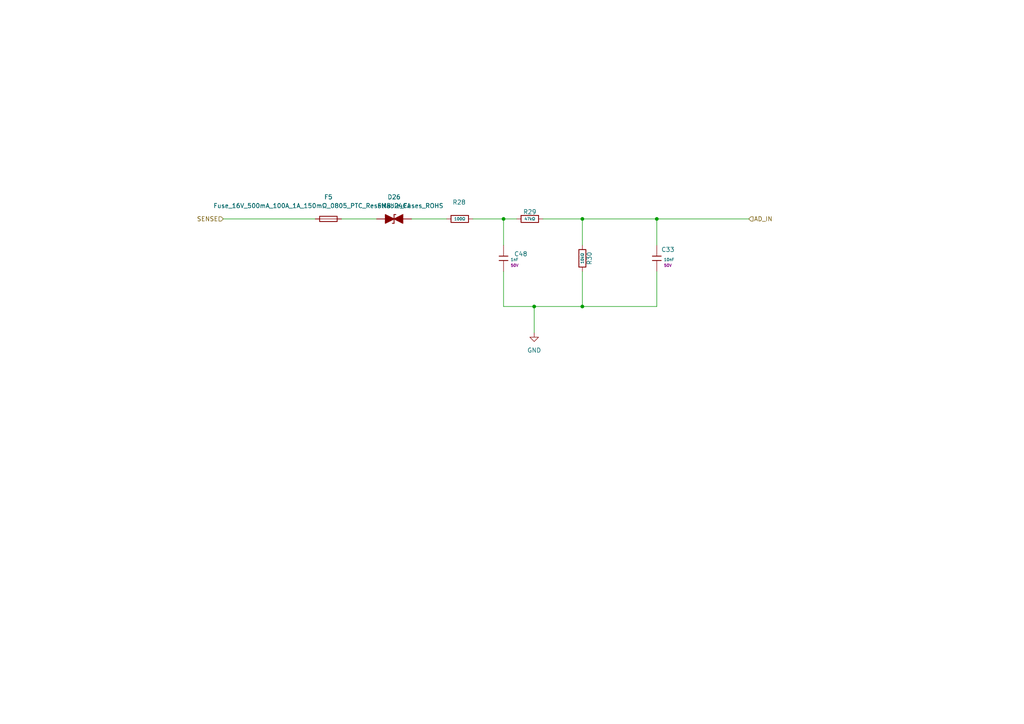
<source format=kicad_sch>
(kicad_sch (version 20250114) (generator "eeschema") (generator_version "9.0")
  (paper "A4")
  (title_block (title "l8"))
  (lib_symbols
    (symbol "PCM_Diode_TVS_AKL:SMBJ24CA" (pin_numbers (hide yes)) (pin_names (offset 1.016) (hide yes))
      (property "Reference" "D" (at 0 5.08 0))
      (property "Value" "SMBJ24CA" (at 0 2.54 0))
      (symbol "SMBJ24CA_0_1"
        (polyline (pts (xy 0 1.27) (xy 0 -1.27)) (stroke (width 0.254)))
        (polyline (pts (xy 0 1.27) (xy 0.508 1.27)) (stroke (width 0.254)))
        (polyline (pts (xy 0 0) (xy -2.54 1.27) (xy -2.54 -1.27) (xy 0 0)) (stroke (width 0.254)) (fill (type outline)))
        (polyline (pts (xy 0 -1.27) (xy -0.508 -1.27)) (stroke (width 0.254)))
        (polyline (pts (xy 1.27 0) (xy -1.27 0)))
        (polyline (pts (xy 2.54 1.27) (xy 2.54 -1.27) (xy 0 0) (xy 2.54 1.27)) (stroke (width 0.254)) (fill (type outline)))
      )
      (symbol "SMBJ24CA_0_2"
        (polyline (pts (xy -3.81 -3.81) (xy 3.81 3.81)))
        (polyline (pts (xy -1.778 -1.778) (xy -2.667 -0.889) (xy 0 0) (xy -0.889 -2.667) (xy -1.778 -1.778)) (stroke (width 0.254)) (fill (type outline)))
        (polyline (pts (xy -0.889 0.889) (xy -1.27 0.508)) (stroke (width 0.254)))
        (polyline (pts (xy -0.889 0.889) (xy 0.889 -0.889)) (stroke (width 0.254)))
        (polyline (pts (xy 0.889 -0.889) (xy 1.27 -0.508)) (stroke (width 0.254)))
        (polyline (pts (xy 1.778 1.778) (xy 2.667 0.889) (xy 0 0) (xy 0.889 2.667) (xy 1.778 1.778)) (stroke (width 0.254)) (fill (type outline)))
      )
      (symbol "SMBJ24CA_1_1"
        (pin passive line (at -5.08 0 0) (length 2.54) (name "K") (number "1"))
        (pin passive line (at 5.08 0 180) (length 2.54) (name "A") (number "2"))
      )
      (symbol "SMBJ24CA_1_2"
        (pin passive line (at -3.81 -3.81 0) (length 0) (name "A") (number "2"))
        (pin passive line (at 3.81 3.81 180) (length 0) (name "K") (number "1"))
      )
    )
    (symbol "PCM_JLCPCB-Capacitors:0603,10nF" (pin_numbers (hide yes)) (pin_names (offset 0))
      (property "Reference" "C" (at 2.032 1.668 0))
      (property "Value" "10nF" (at 2.032 -0.3782 0))
      (property "Voltage Rated" "50V" (at 2.032 -2.0462 0))
      (symbol "0603,10nF_0_1"
        (polyline (pts (xy -1.27 0.635) (xy 1.27 0.635)) (stroke (width 0.254)))
        (polyline (pts (xy -1.27 -0.635) (xy 1.27 -0.635)) (stroke (width 0.254)))
      )
      (symbol "0603,10nF_1_1"
        (pin passive line (at 0 3.81 270) (length 3.175) (name "~") (number "1"))
        (pin passive line (at 0 -3.81 90) (length 3.175) (name "~") (number "2"))
      )
    )
    (symbol "PCM_JLCPCB-Capacitors:0603,1nF" (pin_numbers (hide yes)) (pin_names (offset 0))
      (property "Reference" "C" (at 2.032 1.668 0))
      (property "Value" "1nF" (at 2.032 -0.3782 0))
      (property "Voltage Rated" "50V" (at 2.032 -2.0462 0))
      (symbol "0603,1nF_0_1"
        (polyline (pts (xy -1.27 0.635) (xy 1.27 0.635)) (stroke (width 0.254)))
        (polyline (pts (xy -1.27 -0.635) (xy 1.27 -0.635)) (stroke (width 0.254)))
      )
      (symbol "0603,1nF_1_1"
        (pin passive line (at 0 3.81 270) (length 3.175) (name "~") (number "1"))
        (pin passive line (at 0 -3.81 90) (length 3.175) (name "~") (number "2"))
      )
    )
    (symbol "PCM_JLCPCB-Resistors:0603,100Ω" (pin_numbers (hide yes)) (pin_names (offset 0))
      (property "Reference" "R" (at 1.778 0 0))
      (property "Value" "100Ω" (at 0 0 90))
      (symbol "0603,100Ω_0_1"
        (rectangle (start -1.016 2.54) (end 1.016 -2.54) (stroke (width 0.254)))
      )
      (symbol "0603,100Ω_1_1"
        (pin passive line (at 0 3.81 270) (length 1.27) (name "~") (number "1"))
        (pin passive line (at 0 -3.81 90) (length 1.27) (name "~") (number "2"))
      )
    )
    (symbol "PCM_JLCPCB-Resistors:0603,10kΩ" (pin_numbers (hide yes)) (pin_names (offset 0))
      (property "Reference" "R" (at 1.778 0 0))
      (property "Value" "10kΩ" (at 0 0 90))
      (symbol "0603,10kΩ_0_1"
        (rectangle (start -1.016 2.54) (end 1.016 -2.54) (stroke (width 0.254)))
      )
      (symbol "0603,10kΩ_1_1"
        (pin passive line (at 0 3.81 270) (length 1.27) (name "~") (number "1"))
        (pin passive line (at 0 -3.81 90) (length 1.27) (name "~") (number "2"))
      )
    )
    (symbol "PCM_JLCPCB-Resistors:0603,47kΩ" (pin_numbers (hide yes)) (pin_names (offset 0))
      (property "Reference" "R" (at 1.778 0 0))
      (property "Value" "47kΩ" (at 0 0 90))
      (symbol "0603,47kΩ_0_1"
        (rectangle (start -1.016 2.54) (end 1.016 -2.54) (stroke (width 0.254)))
      )
      (symbol "0603,47kΩ_1_1"
        (pin passive line (at 0 3.81 270) (length 1.27) (name "~") (number "1"))
        (pin passive line (at 0 -3.81 90) (length 1.27) (name "~") (number "2"))
      )
    )
    (symbol "dnt_global:Fuse_16V_500mA_100A_1A_150mΩ_0805_PTC_Resettable_Fuses_ROHS" (pin_numbers (hide yes)) (pin_names (offset 0))
      (property "Reference" "F1" (at 6.35 0 90))
      (property "Value" "Fuse_16V_500mA_100A_1A_150mΩ_0805_PTC_Resettable_Fuses_ROHS" (at 3.81 0 90))
      (symbol "Fuse_16V_500mA_100A_1A_150mΩ_0805_PTC_Resettable_Fuses_ROHS_0_1"
        (rectangle (start -0.762 -2.54) (end 0.762 2.54) (stroke (width 0.254)))
        (polyline (pts (xy 0 2.54) (xy 0 -2.54)))
      )
      (symbol "Fuse_16V_500mA_100A_1A_150mΩ_0805_PTC_Resettable_Fuses_ROHS_1_1"
        (pin passive line (at 0 3.81 270) (length 1.27) (name "~") (number "1"))
        (pin passive line (at 0 -3.81 90) (length 1.27) (name "~") (number "2"))
      )
    )
    (symbol "power:GND" (power) (pin_numbers (hide yes)) (pin_names (offset 0) (hide yes))
      (property "Value" "GND" (at 0 -3.81 0))
      (symbol "GND_0_1"
        (polyline (pts (xy 0 0) (xy 0 -1.27) (xy 1.27 -1.27) (xy 0 -2.54) (xy -1.27 -1.27) (xy 0 -1.27)))
      )
      (symbol "GND_1_1"
        (pin power_in line (at 0 0 270) (length 0) (name "~") (number "1"))
      )
    )
  )
  (junction (at 146.05 63.5))
  (junction (at 168.91 88.9))
  (junction (at 154.94 88.9))
  (junction (at 190.5 63.5))
  (junction (at 168.91 63.5))
  (wire (pts (xy 154.94 96.52) (xy 154.94 88.9)))
  (wire (pts (xy 157.48 63.5) (xy 168.91 63.5)))
  (wire (pts (xy 168.91 63.5) (xy 190.5 63.5)))
  (wire (pts (xy 146.05 63.5) (xy 149.86 63.5)))
  (wire (pts (xy 190.5 63.5) (xy 190.5 71.12)))
  (wire (pts (xy 99.06 63.5) (xy 109.22 63.5)))
  (wire (pts (xy 64.77 63.5) (xy 91.44 63.5)))
  (wire (pts (xy 146.05 88.9) (xy 154.94 88.9)))
  (wire (pts (xy 146.05 63.5) (xy 146.05 71.12)))
  (wire (pts (xy 154.94 88.9) (xy 168.91 88.9)))
  (wire (pts (xy 190.5 88.9) (xy 190.5 78.74)))
  (wire (pts (xy 190.5 63.5) (xy 217.17 63.5)))
  (wire (pts (xy 119.38 63.5) (xy 129.54 63.5)))
  (wire (pts (xy 146.05 78.74) (xy 146.05 88.9)))
  (wire (pts (xy 137.16 63.5) (xy 146.05 63.5)))
  (wire (pts (xy 168.91 88.9) (xy 168.91 78.74)))
  (wire (pts (xy 168.91 63.5) (xy 168.91 71.12)))
  (wire (pts (xy 168.91 88.9) (xy 190.5 88.9)))
  (hierarchical_label "AD_IN" (shape input) (at 217.17 63.5 0))
  (hierarchical_label "SENSE" (shape input) (at 64.77 63.5 180))
  (symbol (lib_id "dnt_global:Fuse_16V_500mA_100A_1A_150mΩ_0805_PTC_Resettable_Fuses_ROHS") (at 95.25 63.5 90) (unit 1)
    (property "Reference" "F4" (at 95.25 57.15 90))
    (property "Value" "Fuse_16V_500mA_100A_1A_150mΩ_0805_PTC_Resettable_Fuses_ROHS" (at 95.25 59.69 90))
    (property "Footprint" "Fuse:Fuse_0805_2012Metric" (effects (hide yes)))
    (property "Description" "Fuse" (effects (hide yes)))
    (property "LCSC" "C2833485" (effects (hide yes)))
    (instances (project "z9-pdm-pcb" (path "" (reference "F5") (unit 1)) (path "" (reference "F4") (unit 1)) (path "" (reference "F6") (unit 1)) (path "" (reference "F9") (unit 1)) (path "" (reference "F7") (unit 1)) (path "" (reference "F11") (unit 1)) (path "" (reference "F10") (unit 1)) (path "" (reference "F8") (unit 1)) (path "" (reference "F12") (unit 1))))
  )
  (symbol (lib_id "power:GND") (at 154.94 96.52 0) (unit 1)
    (property "Reference" "#PWR051" (effects (hide yes)))
    (property "Value" "GND" (at 154.94 101.6 0))
    (property "Description" "Power symbol creates a global label with name \"GND\" , ground" (effects (hide yes)))
    (instances (project "z9-pdm-pcb" (path "" (reference "#PWR0101") (unit 1)) (path "" (reference "#PWR051") (unit 1)) (path "" (reference "#PWR053") (unit 1)) (path "" (reference "#PWR056") (unit 1)) (path "" (reference "#PWR054") (unit 1)) (path "" (reference "#PWR058") (unit 1)) (path "" (reference "#PWR057") (unit 1)) (path "" (reference "#PWR055") (unit 1)) (path "" (reference "#PWR052") (unit 1))))
  )
  (symbol (lib_id "PCM_JLCPCB-Resistors:0603,10kΩ") (at 168.91 74.93 0) (mirror x) (unit 1)
    (property "Reference" "R27" (at 170.942 74.93 90))
    (property "Value" "10kΩ" (at 168.91 74.93 90) (effects (font (size 0.8 0.8))))
    (property "Footprint" "PCM_JLCPCB:R_0603" (effects (hide yes)))
    (property "Datasheet" "https://www.lcsc.com/datasheet/lcsc_datasheet_2206010045_UNI-ROYAL-Uniroyal-Elec-0603WAF1002T5E_C25804.pdf" (effects (hide yes)))
    (property "Description" "100mW Thick Film Resistors 75V ±100ppm/°C ±1% 10kΩ 0603 Chip Resistor - Surface Mount ROHS" (effects (hide yes)))
    (property "LCSC" "C25804" (effects (hide yes)))
    (property "Stock" "51181774" (effects (hide yes)))
    (property "Price" "0.004USD" (effects (hide yes)))
    (property "Process" "SMT" (effects (hide yes)))
    (property "Minimum Qty" "20" (effects (hide yes)))
    (property "Attrition Qty" "10" (effects (hide yes)))
    (property "Class" "Basic Component" (effects (hide yes)))
    (property "Category" "Resistors,Chip Resistor - Surface Mount" (effects (hide yes)))
    (property "Manufacturer" "UNI-ROYAL(Uniroyal Elec)" (effects (hide yes)))
    (property "Part" "0603WAF1002T5E" (effects (hide yes)))
    (property "Resistance" "10kΩ" (effects (hide yes)))
    (property "Power(Watts)" "100mW" (effects (hide yes)))
    (property "Type" "Thick Film Resistors" (effects (hide yes)))
    (property "Overload Voltage (Max)" "75V" (effects (hide yes)))
    (property "Operating Temperature Range" "-55°C~+155°C" (effects (hide yes)))
    (property "Tolerance" "±1%" (effects (hide yes)))
    (property "Temperature Coefficient" "±100ppm/°C" (effects (hide yes)))
    (instances (project "z9-pdm-pcb" (path "" (reference "R30") (unit 1)) (path "" (reference "R27") (unit 1)) (path "" (reference "R37") (unit 1)) (path "" (reference "R48") (unit 1)) (path "" (reference "R40") (unit 1)) (path "" (reference "R58") (unit 1)) (path "" (reference "R51") (unit 1)) (path "" (reference "R44") (unit 1)) (path "" (reference "R62") (unit 1))))
  )
  (symbol (lib_id "PCM_Diode_TVS_AKL:SMBJ24CA") (at 114.3 63.5 0) (unit 1)
    (property "Reference" "D18" (at 114.3 57.15 0))
    (property "Value" "SMBJ24CA" (at 114.3 59.69 0))
    (property "Footprint" "PCM_Diode_SMD_AKL:D_SMB_TVS" (effects (hide yes)))
    (property "Datasheet" "https://www.tme.eu/Document/0b6222bec7e12d83185b51d73cb6a54d/SMBJ_ser.pdf" (effects (hide yes)))
    (property "Description" "SMB Bidirectional TVS Diode, 24V, 600W, Alternate KiCAD Library" (effects (hide yes)))
    (instances (project "z9-pdm-pcb" (path "" (reference "D26") (unit 1)) (path "" (reference "D18") (unit 1)) (path "" (reference "D20") (unit 1)) (path "" (reference "D23") (unit 1)) (path "" (reference "D21") (unit 1)) (path "" (reference "D25") (unit 1)) (path "" (reference "D24") (unit 1)) (path "" (reference "D22") (unit 1)) (path "" (reference "D19") (unit 1))))
  )
  (symbol (lib_id "PCM_JLCPCB-Capacitors:0603,10nF") (at 190.5 74.93 0) (unit 1)
    (property "Reference" "C31" (at 191.77 72.39 0) (effects (justify left)))
    (property "Value" "10nF" (at 192.532 75.3082 0) (effects (font (size 0.8 0.8)) (justify left)))
    (property "Footprint" "PCM_JLCPCB:C_0603" (effects (hide yes)))
    (property "Datasheet" "https://www.lcsc.com/datasheet/lcsc_datasheet_2304140030_FH--Guangdong-Fenghua-Advanced-Tech-0603B103K500NT_C57112.pdf" (effects (hide yes)))
    (property "Description" "50V 10nF X7R ±10% 0603 Multilayer Ceramic Capacitors MLCC - SMD/SMT ROHS" (effects (hide yes)))
    (property "LCSC" "C57112" (effects (hide yes)))
    (property "Stock" "5921160" (effects (hide yes)))
    (property "Price" "0.005USD" (effects (hide yes)))
    (property "Process" "SMT" (effects (hide yes)))
    (property "Minimum Qty" "20" (effects (hide yes)))
    (property "Attrition Qty" "10" (effects (hide yes)))
    (property "Class" "Basic Component" (effects (hide yes)))
    (property "Category" "Capacitors,Multilayer Ceramic Capacitors MLCC - SMD/SMT" (effects (hide yes)))
    (property "Manufacturer" "FH(Guangdong Fenghua Advanced Tech)" (effects (hide yes)))
    (property "Part" "0603B103K500NT" (effects (hide yes)))
    (property "Voltage Rated" "50V" (at 192.532 76.9762 0) (effects (font (size 0.8 0.8)) (justify left)))
    (property "Tolerance" "±10%" (effects (hide yes)))
    (property "Capacitance" "10nF" (effects (hide yes)))
    (property "Temperature Coefficient" "X7R" (effects (hide yes)))
    (instances (project "z9-pdm-pcb" (path "" (reference "C33") (unit 1)) (path "" (reference "C31") (unit 1)) (path "" (reference "C35") (unit 1)) (path "" (reference "C41") (unit 1)) (path "" (reference "C37") (unit 1)) (path "" (reference "C45") (unit 1)) (path "" (reference "C43") (unit 1)) (path "" (reference "C39") (unit 1)) (path "" (reference "C47") (unit 1))))
  )
  (symbol (lib_id "PCM_JLCPCB-Capacitors:0603,1nF") (at 146.05 74.93 0) (unit 1)
    (property "Reference" "C29" (at 149.098 73.66 0) (effects (justify left)))
    (property "Value" "1nF" (at 148.082 75.3082 0) (effects (font (size 0.8 0.8)) (justify left)))
    (property "Footprint" "PCM_JLCPCB:C_0603" (effects (hide yes)))
    (property "Datasheet" "https://www.lcsc.com/datasheet/lcsc_datasheet_2304140030_Samsung-Electro-Mechanics-CL10B102KB8NNNC_C1588.pdf" (effects (hide yes)))
    (property "Description" "50V 1nF X7R ±10% 0603 Multilayer Ceramic Capacitors MLCC - SMD/SMT ROHS" (effects (hide yes)))
    (property "LCSC" "C1588" (effects (hide yes)))
    (property "Stock" "6068974" (effects (hide yes)))
    (property "Price" "0.006USD" (effects (hide yes)))
    (property "Process" "SMT" (effects (hide yes)))
    (property "Minimum Qty" "20" (effects (hide yes)))
    (property "Attrition Qty" "10" (effects (hide yes)))
    (property "Class" "Basic Component" (effects (hide yes)))
    (property "Category" "Capacitors,Multilayer Ceramic Capacitors MLCC - SMD/SMT" (effects (hide yes)))
    (property "Manufacturer" "Samsung Electro-Mechanics" (effects (hide yes)))
    (property "Part" "CL10B102KB8NNNC" (effects (hide yes)))
    (property "Voltage Rated" "50V" (at 148.082 76.9762 0) (effects (font (size 0.8 0.8)) (justify left)))
    (property "Tolerance" "±10%" (effects (hide yes)))
    (property "Capacitance" "1nF" (effects (hide yes)))
    (property "Temperature Coefficient" "X7R" (effects (hide yes)))
    (instances (project "z9-pdm-pcb" (path "" (reference "C48") (unit 1)) (path "" (reference "C29") (unit 1)) (path "" (reference "C34") (unit 1)) (path "" (reference "C40") (unit 1)) (path "" (reference "C36") (unit 1)) (path "" (reference "C44") (unit 1)) (path "" (reference "C42") (unit 1)) (path "" (reference "C38") (unit 1)) (path "" (reference "C32") (unit 1))))
  )
  (symbol (lib_id "PCM_JLCPCB-Resistors:0603,100Ω") (at 133.35 63.5 90) (unit 1)
    (property "Reference" "R25" (at 135.128 58.674 90) (effects (justify left)))
    (property "Value" "100Ω" (at 133.35 63.5 90) (effects (font (size 0.8 0.8))))
    (property "Footprint" "PCM_JLCPCB:R_0603" (effects (hide yes)))
    (property "Datasheet" "https://www.lcsc.com/datasheet/lcsc_datasheet_2411221126_UNI-ROYAL-Uniroyal-Elec-0603WAF1000T5E_C22775.pdf" (effects (hide yes)))
    (property "Description" "100mW Thick Film Resistors 75V ±1% ±200ppm/°C 100Ω 0603 Chip Resistor - Surface Mount ROHS" (effects (hide yes)))
    (property "LCSC" "C22775" (effects (hide yes)))
    (property "Stock" "8202320" (effects (hide yes)))
    (property "Price" "0.004USD" (effects (hide yes)))
    (property "Process" "SMT" (effects (hide yes)))
    (property "Minimum Qty" "20" (effects (hide yes)))
    (property "Attrition Qty" "10" (effects (hide yes)))
    (property "Class" "Basic Component" (effects (hide yes)))
    (property "Category" "Resistors,Chip Resistor - Surface Mount" (effects (hide yes)))
    (property "Manufacturer" "UNI-ROYAL(Uniroyal Elec)" (effects (hide yes)))
    (property "Part" "0603WAF1000T5E" (effects (hide yes)))
    (property "Resistance" "100Ω" (effects (hide yes)))
    (property "Power(Watts)" "100mW" (effects (hide yes)))
    (property "Type" "Thick Film Resistors" (effects (hide yes)))
    (property "Overload Voltage (Max)" "75V" (effects (hide yes)))
    (property "Operating Temperature Range" "-55°C~+155°C" (effects (hide yes)))
    (property "Tolerance" "±1%" (effects (hide yes)))
    (property "Temperature Coefficient" "±200ppm/°C" (effects (hide yes)))
    (instances (project "z9-pdm-pcb" (path "" (reference "R28") (unit 1)) (path "" (reference "R25") (unit 1)) (path "" (reference "R31") (unit 1)) (path "" (reference "R46") (unit 1)) (path "" (reference "R38") (unit 1)) (path "" (reference "R52") (unit 1)) (path "" (reference "R49") (unit 1)) (path "" (reference "R41") (unit 1)) (path "" (reference "R60") (unit 1))))
  )
  (symbol (lib_id "PCM_JLCPCB-Resistors:0603,47kΩ") (at 153.67 63.5 270) (mirror x) (unit 1)
    (property "Reference" "R26" (at 153.67 61.468 90))
    (property "Value" "47kΩ" (at 153.67 63.5 90) (effects (font (size 0.8 0.8))))
    (property "Footprint" "PCM_JLCPCB:R_0603" (effects (hide yes)))
    (property "Datasheet" "https://www.lcsc.com/datasheet/lcsc_datasheet_2206010045_UNI-ROYAL-Uniroyal-Elec-0603WAF4702T5E_C25819.pdf" (effects (hide yes)))
    (property "Description" "100mW Thick Film Resistors 75V ±100ppm/°C ±1% 47kΩ 0603 Chip Resistor - Surface Mount ROHS" (effects (hide yes)))
    (property "LCSC" "C25819" (effects (hide yes)))
    (property "Stock" "2267414" (effects (hide yes)))
    (property "Price" "0.004USD" (effects (hide yes)))
    (property "Process" "SMT" (effects (hide yes)))
    (property "Minimum Qty" "20" (effects (hide yes)))
    (property "Attrition Qty" "10" (effects (hide yes)))
    (property "Class" "Basic Component" (effects (hide yes)))
    (property "Category" "Resistors,Chip Resistor - Surface Mount" (effects (hide yes)))
    (property "Manufacturer" "UNI-ROYAL(Uniroyal Elec)" (effects (hide yes)))
    (property "Part" "0603WAF4702T5E" (effects (hide yes)))
    (property "Resistance" "47kΩ" (effects (hide yes)))
    (property "Power(Watts)" "100mW" (effects (hide yes)))
    (property "Type" "Thick Film Resistors" (effects (hide yes)))
    (property "Overload Voltage (Max)" "75V" (effects (hide yes)))
    (property "Operating Temperature Range" "-55°C~+155°C" (effects (hide yes)))
    (property "Tolerance" "±1%" (effects (hide yes)))
    (property "Temperature Coefficient" "±100ppm/°C" (effects (hide yes)))
    (instances (project "z9-pdm-pcb" (path "" (reference "R29") (unit 1)) (path "" (reference "R26") (unit 1)) (path "" (reference "R34") (unit 1)) (path "" (reference "R47") (unit 1)) (path "" (reference "R39") (unit 1)) (path "" (reference "R53") (unit 1)) (path "" (reference "R50") (unit 1)) (path "" (reference "R42") (unit 1)) (path "" (reference "R61") (unit 1))))
  )
)
</source>
